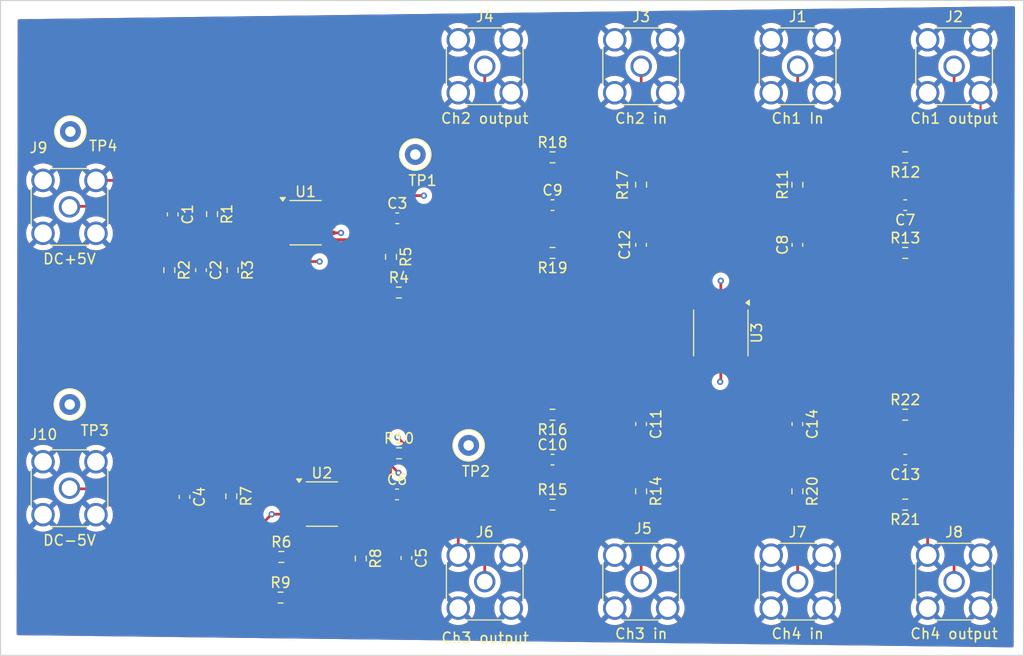
<source format=kicad_pcb>
(kicad_pcb
	(version 20241229)
	(generator "pcbnew")
	(generator_version "9.0")
	(general
		(thickness 1.6)
		(legacy_teardrops no)
	)
	(paper "A4")
	(layers
		(0 "F.Cu" signal)
		(4 "In1.Cu" signal)
		(6 "In2.Cu" signal)
		(2 "B.Cu" signal)
		(9 "F.Adhes" user "F.Adhesive")
		(11 "B.Adhes" user "B.Adhesive")
		(13 "F.Paste" user)
		(15 "B.Paste" user)
		(5 "F.SilkS" user "F.Silkscreen")
		(7 "B.SilkS" user "B.Silkscreen")
		(1 "F.Mask" user)
		(3 "B.Mask" user)
		(17 "Dwgs.User" user "User.Drawings")
		(19 "Cmts.User" user "User.Comments")
		(21 "Eco1.User" user "User.Eco1")
		(23 "Eco2.User" user "User.Eco2")
		(25 "Edge.Cuts" user)
		(27 "Margin" user)
		(31 "F.CrtYd" user "F.Courtyard")
		(29 "B.CrtYd" user "B.Courtyard")
		(35 "F.Fab" user)
		(33 "B.Fab" user)
		(39 "User.1" user)
		(41 "User.2" user)
		(43 "User.3" user)
		(45 "User.4" user)
	)
	(setup
		(stackup
			(layer "F.SilkS"
				(type "Top Silk Screen")
			)
			(layer "F.Paste"
				(type "Top Solder Paste")
			)
			(layer "F.Mask"
				(type "Top Solder Mask")
				(thickness 0.01)
			)
			(layer "F.Cu"
				(type "copper")
				(thickness 0.035)
			)
			(layer "dielectric 1"
				(type "prepreg")
				(thickness 0.1)
				(material "FR4")
				(epsilon_r 4.5)
				(loss_tangent 0.02)
			)
			(layer "In1.Cu"
				(type "copper")
				(thickness 0.035)
			)
			(layer "dielectric 2"
				(type "core")
				(thickness 1.24)
				(material "FR4")
				(epsilon_r 4.5)
				(loss_tangent 0.02)
			)
			(layer "In2.Cu"
				(type "copper")
				(thickness 0.035)
			)
			(layer "dielectric 3"
				(type "prepreg")
				(thickness 0.1)
				(material "FR4")
				(epsilon_r 4.5)
				(loss_tangent 0.02)
			)
			(layer "B.Cu"
				(type "copper")
				(thickness 0.035)
			)
			(layer "B.Mask"
				(type "Bottom Solder Mask")
				(thickness 0.01)
			)
			(layer "B.Paste"
				(type "Bottom Solder Paste")
			)
			(layer "B.SilkS"
				(type "Bottom Silk Screen")
			)
			(copper_finish "None")
			(dielectric_constraints no)
		)
		(pad_to_mask_clearance 0)
		(allow_soldermask_bridges_in_footprints no)
		(tenting front back)
		(pcbplotparams
			(layerselection 0x00000000_00000000_55555555_5755f5ff)
			(plot_on_all_layers_selection 0x00000000_00000000_00000000_00000000)
			(disableapertmacros no)
			(usegerberextensions no)
			(usegerberattributes yes)
			(usegerberadvancedattributes yes)
			(creategerberjobfile yes)
			(dashed_line_dash_ratio 12.000000)
			(dashed_line_gap_ratio 3.000000)
			(svgprecision 4)
			(plotframeref no)
			(mode 1)
			(useauxorigin no)
			(hpglpennumber 1)
			(hpglpenspeed 20)
			(hpglpendiameter 15.000000)
			(pdf_front_fp_property_popups yes)
			(pdf_back_fp_property_popups yes)
			(pdf_metadata yes)
			(pdf_single_document no)
			(dxfpolygonmode yes)
			(dxfimperialunits yes)
			(dxfusepcbnewfont yes)
			(psnegative no)
			(psa4output no)
			(plot_black_and_white yes)
			(sketchpadsonfab no)
			(plotpadnumbers no)
			(hidednponfab no)
			(sketchdnponfab yes)
			(crossoutdnponfab yes)
			(subtractmaskfromsilk no)
			(outputformat 1)
			(mirror no)
			(drillshape 0)
			(scaleselection 1)
			(outputdirectory "")
		)
	)
	(net 0 "")
	(net 1 "Net-(J9-In)")
	(net 2 "GND")
	(net 3 "Net-(U1-SET)")
	(net 4 "LDO+5")
	(net 5 "Net-(J10-In)")
	(net 6 "Net-(U2-SET)")
	(net 7 "LDO-5")
	(net 8 "Net-(J2-In)")
	(net 9 "Net-(C7-Pad2)")
	(net 10 "Net-(U3A--)")
	(net 11 "Net-(C12-Pad2)")
	(net 12 "Net-(J4-In)")
	(net 13 "Net-(C10-Pad2)")
	(net 14 "Net-(J6-In)")
	(net 15 "Net-(U3C--)")
	(net 16 "Net-(U3B--)")
	(net 17 "Net-(J8-In)")
	(net 18 "Net-(C13-Pad2)")
	(net 19 "Net-(U3D--)")
	(net 20 "Net-(J1-In)")
	(net 21 "Net-(J3-In)")
	(net 22 "Net-(J5-In)")
	(net 23 "Net-(J7-In)")
	(net 24 "Net-(U1-PG)")
	(net 25 "Net-(U1-ILIM)")
	(net 26 "Net-(U1-PGFB)")
	(net 27 "Net-(U2-ILIM)")
	(net 28 "Net-(U2-EN{slash}UV)")
	(net 29 "Net-(U2-PGFB)")
	(net 30 "unconnected-(U2-PG-Pad4)")
	(net 31 "unconnected-(U2-VIOC-Pad7)")
	(footprint "Package_SO:MSOP-12-1EP_3x4.039mm_P0.65mm_EP1.651x2.845mm" (layer "F.Cu") (at 104.65 105.625))
	(footprint "Connector_Coaxial:SMA_Amphenol_132134_Vertical" (layer "F.Cu") (at 136.859524 140.07))
	(footprint "Capacitor_SMD:C_0603_1608Metric" (layer "F.Cu") (at 91.9 104.825 -90))
	(footprint "Connector_Coaxial:SMA_Amphenol_132134_Vertical" (layer "F.Cu") (at 151.874762 90.61))
	(footprint "Resistor_SMD:R_0603_1608Metric" (layer "F.Cu") (at 97.65 110.175 -90))
	(footprint "Connector_Coaxial:SMA_Amphenol_132134_Vertical" (layer "F.Cu") (at 136.859524 90.61))
	(footprint "TestPoint:TestPoint_Loop_D1.80mm_Drill1.0mm_Beaded" (layer "F.Cu") (at 82.02 123.07))
	(footprint "Resistor_SMD:R_0603_1608Metric" (layer "F.Cu") (at 97.525 131.875 -90))
	(footprint "Resistor_SMD:R_0603_1608Metric" (layer "F.Cu") (at 136.85 101.975 90))
	(footprint "Resistor_SMD:R_0603_1608Metric" (layer "F.Cu") (at 102.325 137.7))
	(footprint "Connector_Coaxial:SMA_Amphenol_132134_Vertical" (layer "F.Cu") (at 121.844286 90.61))
	(footprint "Capacitor_SMD:C_0603_1608Metric" (layer "F.Cu") (at 93.035 131.94 -90))
	(footprint "Capacitor_SMD:C_0603_1608Metric" (layer "F.Cu") (at 162.2 128.3625 180))
	(footprint "TestPoint:TestPoint_Loop_D1.80mm_Drill1.0mm_Beaded" (layer "F.Cu") (at 120.3 126.99))
	(footprint "Connector_Coaxial:SMA_Amphenol_132134_Vertical" (layer "F.Cu") (at 121.844286 140.07))
	(footprint "Capacitor_SMD:C_0603_1608Metric" (layer "F.Cu") (at 128.35 103.9375))
	(footprint "Resistor_SMD:R_0603_1608Metric" (layer "F.Cu") (at 112.85 108.9 -90))
	(footprint "Resistor_SMD:R_0603_1608Metric" (layer "F.Cu") (at 102.25 141.6))
	(footprint "Resistor_SMD:R_0603_1608Metric" (layer "F.Cu") (at 136.85 131.4 -90))
	(footprint "Resistor_SMD:R_0603_1608Metric" (layer "F.Cu") (at 109.95 137.85 -90))
	(footprint "Resistor_SMD:R_0603_1608Metric" (layer "F.Cu") (at 162.2 132.675 180))
	(footprint "Capacitor_SMD:C_0603_1608Metric" (layer "F.Cu") (at 162.2 103.9375 180))
	(footprint "Resistor_SMD:R_0603_1608Metric" (layer "F.Cu") (at 91.575 110.175 -90))
	(footprint "Package_SO:TSSOP-14_4.4x5mm_P0.65mm" (layer "F.Cu") (at 144.5 116.2 -90))
	(footprint "Capacitor_SMD:C_0603_1608Metric" (layer "F.Cu") (at 113.425 131.7))
	(footprint "Connector_Coaxial:SMA_Amphenol_132134_Vertical" (layer "F.Cu") (at 166.89 140.07))
	(footprint "Connector_Coaxial:SMA_Amphenol_132134_Vertical" (layer "F.Cu") (at 81.995 104.105))
	(footprint "Capacitor_SMD:C_0603_1608Metric" (layer "F.Cu") (at 113.45 105.2))
	(footprint "Connector_Coaxial:SMA_Amphenol_132134_Vertical" (layer "F.Cu") (at 166.89 90.61))
	(footprint "Resistor_SMD:R_0603_1608Metric" (layer "F.Cu") (at 128.35 99.35))
	(footprint "Resistor_SMD:R_0603_1608Metric" (layer "F.Cu") (at 162.2 124.05))
	(footprint "Resistor_SMD:R_0603_1608Metric" (layer "F.Cu") (at 162.2 99.35 180))
	(footprint "Capacitor_SMD:C_0603_1608Metric" (layer "F.Cu") (at 151.85 124.95 -90))
	(footprint "Resistor_SMD:R_0603_1608Metric" (layer "F.Cu") (at 95.675 104.8 -90))
	(footprint "Capacitor_SMD:C_0603_1608Metric" (layer "F.Cu") (at 128.35 128.3625))
	(footprint "Resistor_SMD:R_0603_1608Metric" (layer "F.Cu") (at 113.625 127.75))
	(footprint "Resistor_SMD:R_0603_1608Metric" (layer "F.Cu") (at 162.2 108.525))
	(footprint "Resistor_SMD:R_0603_1608Metric" (layer "F.Cu") (at 128.35 132.675))
	(footprint "Resistor_SMD:R_0603_1608Metric" (layer "F.Cu") (at 151.85 101.975 90))
	(footprint "Connector_Coaxial:SMA_Amphenol_132134_Vertical" (layer "F.Cu") (at 81.995 131.105))
	(footprint "Capacitor_SMD:C_0603_1608Metric" (layer "F.Cu") (at 136.85 124.95 -90))
	(footprint "Package_SO:MSOP-12-1EP_3x4.039mm_P0.65mm_EP1.651x2.845mm"
		(layer "F.Cu")
		(uuid "cbf805e4-bffa-4f4c-805a-ab5c72a88357")
		(at 106.22 132.625)
		(descr "MSOP, 12 Pin (https://www.analog.com/media/en/package-pcb-resources/package/pkg_pdf/ltc-legacy-msop/05081666_g_mse12.pdf), generated with kicad-footprint-generator ipc_gullwing_generator.py")
		(tags "MSOP SO")
		(property "Reference" "U2"
			(at 0 -2.97 0)
			(layer "F.SilkS")
			(uuid "f9718d0d-7ff8-43fc-8a4d-8555aacae22f")
			(effects
				(font
					(size 1 1)
					(thickness 0.15)
				)
			)
		)
		(property "Value" "LT3094xMSE"
			(at 0 2.97 0)
			(layer "F.Fab")
			(uuid "c5c4aba3-3043-435f-b530-629d223403a3")
			(effects
				(font
					(size 1 1)
					(thickness 0.15)
				)
			)
		)
		(property "Datasheet" "https://www.analog.com/media/en/technical-documentation/data-sheets/LT3094.pdf"
			(at 0 0 0)
			(layer "F.Fab")
			(hide yes)
			(uuid "9fc7a96f-ab4d-4589-89ff-347f677d2e41")
			(effects
				(font
					(size 1.27 1.27)
					(thickness 0.15)
				)
			)
		)
		(property "Description" "-500mA, Adjustable, Ultralow Noise, Ultrahigh PSRR RF Negative Linear Regulator, MSOP-12"
			(at 0 0 0)
			(layer "F.Fab")
			(hide yes)
			(uuid "8569ce3e-7336-4ea9-b738-c783e78dd291")
			(effects
				(font
					(size 1.27 1.27)
					(thickness 0.15)
				)
			)
		)
		(property ki_fp_filters "MSOP*1EP*3x4.039mm*P0.65mm*")
		(path "/e2fbdebd-c057-4d20-809c-a40540888a2c")
		(sheetname "/")
		(sheetfile "LT3045_breakout.kicad_sch")
		(attr smd)
		(fp_line
			(start 0 -2.1295)
			(end -1.5 -2.1295)
			(stroke
				(width 0.12)
				(type solid)
			)
			(layer "F.SilkS")
			(uuid "b8fe1bbf-85cc-47f5-b36f-1084064c0de2")
		)
		(fp_line
			(start 0 -2.1295)
			(end 1.5 -2.1295)
			(stroke
				(width 0.12)
				(type solid)
			)
			(layer "F.SilkS")
			(uuid "7c02acdd-bea0-4672-b4c6-7d9255d9f20e")
		)
		(fp_line
			(start 0 2.1295)
			(end -1.5 2.1295)
			(stroke
				(width 0.12)
				(type solid)
			)
			(layer "F.SilkS")
			(uuid "6f944229-d48f-4ab1-aa88-fb3d9a24b6cb")
		)
		(fp_line
			(start 0 2.1295)
			(end 1.5 2.1295)
			(stroke
				(width 0.12)
				(type solid)
			)
			(layer "F.SilkS")
			(uuid "464d13e7-28d6-437b-95e0-e1e7fe4d4da4")
		)
		(fp_poly
			(pts
				(xy -2.1875 -2.085) (xy -2.4275 -2.415) (xy -1.9475 -2.415)
			)
			(stroke
				(width 0.12)
				(type solid)
			)
			(fill yes)
			(layer "F.SilkS")
			(uuid "a530ab25-589c-44d5-81bd-d490301f813a")
		)
		(fp_line
			(start -3.13 -2.08)
			(end -1.75 -2.08)
			(stroke
				(width 0.05)
				(type solid)
			)
			(layer "F.CrtYd")
			(uuid "b81cbd8a-63f9-4c96-b371-85c6cc0f9251")
		)
		(fp_line
			(start -3.13 2.08)
			(end -3.13 -2.08)
			(stroke
				(width 0.05)
				(type solid)
			)
			(layer "F.CrtYd")
			(uuid "9e0c707c-e0eb-4d13-9a49-f875ba5a0042")
		)
		(fp_line
			(start -1.75 -2.27)
			(end 1.75 -2.27)
			(stroke
				(width 0.05)
				(type solid)
			)
			(layer "F.CrtYd")
			(uuid "a29c5a24-66cf-49a9-ad7f-dbe726ce8df9")
		)
		(fp_line
			(start -1.75 -2.08)
			(end -1.75 -2.27)
			(stroke
				(width 0.05)
				(type solid)
			)
			(layer "F.CrtYd")
			(uuid "688676be-8633-466f-b855-284d54c50836")
		)
		(fp_line
			(start -1.75 2.08)
			(end -3.13 2.08)
			(stroke
				(width 0.05)
				(type solid)
			)
			(layer "F.CrtYd")
			(uuid "2a13eb30-933d-418d-a19b-2c8bfce734c6")
		)
		(fp_line
			(start -1.75 2.27)
			(end -1.75 2.08)
			(stroke
				(width 0.05)
				(type solid)
			)
			(layer "F.CrtYd")
			(uuid "5adbcad8-faec-4520-bed5-4400624c3f58")
		)
		(fp_line
			(start 1.75 -2.27)
			(end 1.75 -2.08)
			(stroke
				(width 0.05)
				(type solid)
			)
			(layer "F.CrtYd")
			(uuid "3bd3d97d-5f77-4f33-9326-c42b61030ddb")
		)
		(fp_line
			(start 1.75 -2.08)
			(end 3.13 -2.08)
			(stroke
				(width 0.05)
				(type solid)
			)
			(layer "F.CrtYd")
			(uuid "c672ae61-baa1-4449-907f-e2f337f7e229")
		)
		(fp_line
			(start 1.75 2.08)
			(end 1.75 2.27)
			(stroke
				(width 0.05)
				(type solid)
			)
			(layer "F.CrtYd")
			(uuid "685418f1-a749-46aa-97c8-8f047853820a")
		)
		(fp_line
			(start 1.75 2.27)
			(end -1.75 2.27)
			(stroke
				(width 0.05)
				(type solid)
			)
			(layer "F.CrtYd")
			(uuid "bcf23c0b-7742-4165-88b6-5c61667a7690")
		)
		(fp_line
			(start 3.13 -2.08)
			(end 3.13 2.08)
			(stroke
				(width 0.05)
				(type solid)
			)
			(layer "F.CrtYd")
			(uuid "ae6a5e56-0cc2-4796-8f2b-1a250739cf6c")
		)
		(fp_line
			(start 3.13 2.08)
			(end 1.75 2.08)
			(stroke
				(width 0.05)
				(type solid)
			)
			(layer "F.CrtYd")
			(uuid "81eba22b-48db-4380-99e7-8de15c83700f")
		)
		(fp_line
			(start -1.5 -1.2695)
			(end -0.75 -2.0195)
			(stroke
				(width 0.1)
				(type solid)
			)
			(layer "F.Fab")
			(uuid "2f896f8f-bb74-412e-a7a7-4858f857f406")
		)
		(fp_line
			(start -1.5 2.0195)
			(end -1.5 -1.2695)
			(stroke
				(width 0.1)
				(type solid)
			)
			(layer "F.Fab")
			(uuid "b0774b1b-ebfb-4d7c-b8ba-6753406a03d9")
		)
		(fp_line
			(start -0.75 -2.0195)
			(end 1.5 -2.0195)
			(stroke
				(width 0.1)
				(type solid)
			)
			(layer "F.Fab")
			(uuid "efe23321-1d83-476b-9ee6-2f7048aa3dae")
		)
		(fp_line
			(start 1.5 -2.0195)
			(end 1.5 2.0195)
			(stroke
				(width 0.1)
				(type solid)
			)
			(layer "F.Fab")
			(uuid "be9b93f4-8d8e-4fee-97ef-47c2f6071427")
		)
		(fp_line
			(start 1.5 2.0195)
			(end -1.5 2.0195)
			(stroke
				(width 0.1)
				(type solid)
			)
			(layer "F.Fab")
			(uuid "ff1931ff-70e7-4df0-bac3-62f0c1523012")
		)
		(fp_text user "${REFERENCE}"
			(at 0 0 0)
			(layer "F.Fab")
			(uuid "d99765a7-3cdd-4f83-a5b9-975124ae9fdb")
			(effects
				(font
					(size 0.75 0.75)
					(thickness 0.11)
				)
			)
		)
		(pad "" smd roundrect
			(at -0.415 -0.71)
			(size 0.67 1.15)
			(layers "F.Paste")
			(roundrect_rratio 0.25)
			(uuid "3d50cf0a-aa9e-4666-911a-259d0dd184e0")
		)
		(pad "" smd roundrect
			(at -0.415 0.71)
			(size 0.67 1.15)
			(layers "F.Paste")
			(roundrect_rratio 0.25)
			(uuid "f7fe2b0b-94e8-471f-bf9a-55b5ba24779e")
		)
		(pad "" smd roundrect
			(at 0.415 -0.71)
			(size 0.67 1.15)
			(layers "F.Paste")
			(roundrect_rratio 0.25)
			(uuid "71508097-382f-4782-9c32-8758e8b4cc7a")
		)
		(pad "" smd roundrect
			(at 0.415 0.71)
			(size 0.67 1.15)
			(layers "F.Paste")
			(roundrect_rratio 0.25)
			(uuid "35379eb1-8273-4a64-a862-d2d3e6a75ff5")
		)
		(pad "1" smd roundrect
			(at -2.15 -1.625)
			(size 1.45 0.4)
			(layers "F.Cu" "F.Mask" "F.Paste")
			(roundrect_rratio 0.25)
			(net 5 "Net-(J10-In)")
			(pinfunction "IN")
			(pintype "power_in")
			(uuid "5029710a-ed45-41c8-bdec-0b950a7da6ef")
		)
		(pad "2" smd roundrect
			(at -2.15 -0.975)
			(size 1.45 0.4)
			(layers "F.Cu" "F.Mask" "F.Paste")
			(roundrect_rratio 0.25)
			(net 5 "Net-(J10-In)")
			(pinfunction "IN")
			(pintype "passive")
			(uuid "ded82880-d98c-41f1-8d19-6f9f71fdfd94")
		)
		(pad "3" smd roundrect
			(at -2.15 -0.325)
			(size 1.45 0.4)
			(layers "F.Cu" "F.Mask" "F.Paste")
			(roundrect_rratio 0.25)
			(net 28 "Net-(U2-EN{slash}UV)")
			(pinfunction "EN/UV")
			(pintype "input")
			(uuid "db3fa138-64e6-4c44-ad59-4666e015782c")
		)
		(pad "4" smd roundrect
			(at -2.15 0.325)
			(size 1.45 0.4)
			(layers "F.Cu" "F.Mask" "F.Paste")
			(roundrect_rratio 0.25)
			(net 30 "unconnected-(U2-PG-Pad4)")
			(pinfunction "PG")
			(pintype "open_collector+no_connect")
			(uuid "2c4b4d3d-6ad0-4976-89e5-2744155d0798")
		)
		(pad "5" smd roundrect
			(at -2.15 0.975)
			(size 1.45 0.4)
			(layers "F.Cu" "F.Mask" "F.Paste")
			(roundrect_rratio 0.25)
			(net 29 "Net-(U2-PGFB)")
			(pinfunction "PGFB")
			(pintype "input")
			(uuid "bf81de94-6b20-4e0f-bf68-5d0993d76a26")
		)
		(pad "6" smd roundrect
			(at -2.15 1.625)
			(size 1.45 0.4)
			(layers "F.Cu" "F.Mask" "F.Paste")
			(roundrect_rratio 0.25)
			(net 27 "Net-(U2-ILIM)")
			(pinfunction "ILIM")
			(pintype "passive")
			(uuid "d2e20486-8767-4842-a571-e9bbc062d12b")
		)
		(pad "7" smd roundrect
			(at 2.15 1.625)
			(size 1.45 0.4)
			(layers "F.Cu" "F.Mask" "F.Paste")
			(roundrect_rratio 0.25)
			(net 31 "unconnected-(U2-VIOC-Pad7)")
			(pinfunction "VIOC")
			(pintype "passive+no_connect")
			(uuid "9322188a-c90c-466e-9e30-0317ab021841")
		)
		(pad "8" smd roundrect
			(at 2.15 0.975)
			(size 1.45 0.4)
			(layers "F.Cu" "F.Mask" "F.Paste")
			(roundrect_rratio 0.25)
			(net 6 "Net-(U2-SET)")
			(pinfunction "SET")
			(pintype "passive")
			(uuid "6329993d-a502-4299-ae48-785b6a3900a0")
		)
		(pad "9" smd roundrect
			(at 2.15 0.325)
			(size 1.45 0.4)
			(layers "F.Cu" "F.Mask" "F.Paste")
			(roundrect_rratio 0.25)
			(net 2 "GND")
			(pinfunction "GND")
			(pintype "power_in")
			(uuid "12163db4-2770-41a6-ae6c-56e6e5c624ac")
		)
		(pad "10" smd roundrect
			(at 2.15 -0.325)
			(size 1.45 0.4)
			(layers "F.Cu" "F.Mask" "F.Paste")
			(roundrect_rratio 0.25)
			(net 7 "LDO-5")
			(pinfunction "OUTS")
			(pintype "input")
			(uuid "1a958804-c57d-4fcf-b608-c8f6a1f8857f")
		)
		(pad "11" smd roundrect
			(at 2.15 -0.975)
			(size 1.45 0.4)
			(layers "F.Cu" "F.Mask" "F.Paste")
			(roundrect_rratio 0.25)
			(net 7 "LDO-5")
			(pinfunction "OUT")
			(pintype "power_out")
			(uuid "972dd376-e5b2-4d79-a530-d52521c763e2")
		)
		(pad "12" smd roundrect
			(at 2.15 -1.625)
			(size 1.45 0.4)
			(layers "F.Cu" "F.Mask" "F.Paste")
			(roundrect_rratio 0.25)
			(net 7 "LDO-5")
			(pinfunction "OUT")
			(pintype "passive")
			(uuid "e84c01d1-b63b-4b89-8d6d-38d134dc3a3e")
		)
		(pad "13" smd rect
			(at 0 0)
	
... [650305 chars truncated]
</source>
